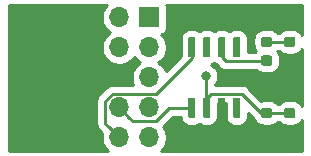
<source format=gbr>
G04 #@! TF.GenerationSoftware,KiCad,Pcbnew,5.1.5*
G04 #@! TF.CreationDate,2019-12-29T20:10:12-05:00*
G04 #@! TF.ProjectId,cluster-luks-key,636c7573-7465-4722-9d6c-756b732d6b65,v01*
G04 #@! TF.SameCoordinates,Original*
G04 #@! TF.FileFunction,Copper,L1,Top*
G04 #@! TF.FilePolarity,Positive*
%FSLAX46Y46*%
G04 Gerber Fmt 4.6, Leading zero omitted, Abs format (unit mm)*
G04 Created by KiCad (PCBNEW 5.1.5) date 2019-12-29 20:10:12*
%MOMM*%
%LPD*%
G04 APERTURE LIST*
%ADD10C,0.100000*%
%ADD11R,1.700000X1.700000*%
%ADD12O,1.700000X1.700000*%
%ADD13C,0.800000*%
%ADD14C,0.250000*%
%ADD15C,0.254000*%
G04 APERTURE END LIST*
G04 #@! TA.AperFunction,SMDPad,CuDef*
D10*
G36*
X167487691Y-103401053D02*
G01*
X167508926Y-103404203D01*
X167529750Y-103409419D01*
X167549962Y-103416651D01*
X167569368Y-103425830D01*
X167587781Y-103436866D01*
X167605024Y-103449654D01*
X167620930Y-103464070D01*
X167635346Y-103479976D01*
X167648134Y-103497219D01*
X167659170Y-103515632D01*
X167668349Y-103535038D01*
X167675581Y-103555250D01*
X167680797Y-103576074D01*
X167683947Y-103597309D01*
X167685000Y-103618750D01*
X167685000Y-104056250D01*
X167683947Y-104077691D01*
X167680797Y-104098926D01*
X167675581Y-104119750D01*
X167668349Y-104139962D01*
X167659170Y-104159368D01*
X167648134Y-104177781D01*
X167635346Y-104195024D01*
X167620930Y-104210930D01*
X167605024Y-104225346D01*
X167587781Y-104238134D01*
X167569368Y-104249170D01*
X167549962Y-104258349D01*
X167529750Y-104265581D01*
X167508926Y-104270797D01*
X167487691Y-104273947D01*
X167466250Y-104275000D01*
X166953750Y-104275000D01*
X166932309Y-104273947D01*
X166911074Y-104270797D01*
X166890250Y-104265581D01*
X166870038Y-104258349D01*
X166850632Y-104249170D01*
X166832219Y-104238134D01*
X166814976Y-104225346D01*
X166799070Y-104210930D01*
X166784654Y-104195024D01*
X166771866Y-104177781D01*
X166760830Y-104159368D01*
X166751651Y-104139962D01*
X166744419Y-104119750D01*
X166739203Y-104098926D01*
X166736053Y-104077691D01*
X166735000Y-104056250D01*
X166735000Y-103618750D01*
X166736053Y-103597309D01*
X166739203Y-103576074D01*
X166744419Y-103555250D01*
X166751651Y-103535038D01*
X166760830Y-103515632D01*
X166771866Y-103497219D01*
X166784654Y-103479976D01*
X166799070Y-103464070D01*
X166814976Y-103449654D01*
X166832219Y-103436866D01*
X166850632Y-103425830D01*
X166870038Y-103416651D01*
X166890250Y-103409419D01*
X166911074Y-103404203D01*
X166932309Y-103401053D01*
X166953750Y-103400000D01*
X167466250Y-103400000D01*
X167487691Y-103401053D01*
G37*
G04 #@! TD.AperFunction*
G04 #@! TA.AperFunction,SMDPad,CuDef*
G36*
X167487691Y-101826053D02*
G01*
X167508926Y-101829203D01*
X167529750Y-101834419D01*
X167549962Y-101841651D01*
X167569368Y-101850830D01*
X167587781Y-101861866D01*
X167605024Y-101874654D01*
X167620930Y-101889070D01*
X167635346Y-101904976D01*
X167648134Y-101922219D01*
X167659170Y-101940632D01*
X167668349Y-101960038D01*
X167675581Y-101980250D01*
X167680797Y-102001074D01*
X167683947Y-102022309D01*
X167685000Y-102043750D01*
X167685000Y-102481250D01*
X167683947Y-102502691D01*
X167680797Y-102523926D01*
X167675581Y-102544750D01*
X167668349Y-102564962D01*
X167659170Y-102584368D01*
X167648134Y-102602781D01*
X167635346Y-102620024D01*
X167620930Y-102635930D01*
X167605024Y-102650346D01*
X167587781Y-102663134D01*
X167569368Y-102674170D01*
X167549962Y-102683349D01*
X167529750Y-102690581D01*
X167508926Y-102695797D01*
X167487691Y-102698947D01*
X167466250Y-102700000D01*
X166953750Y-102700000D01*
X166932309Y-102698947D01*
X166911074Y-102695797D01*
X166890250Y-102690581D01*
X166870038Y-102683349D01*
X166850632Y-102674170D01*
X166832219Y-102663134D01*
X166814976Y-102650346D01*
X166799070Y-102635930D01*
X166784654Y-102620024D01*
X166771866Y-102602781D01*
X166760830Y-102584368D01*
X166751651Y-102564962D01*
X166744419Y-102544750D01*
X166739203Y-102523926D01*
X166736053Y-102502691D01*
X166735000Y-102481250D01*
X166735000Y-102043750D01*
X166736053Y-102022309D01*
X166739203Y-102001074D01*
X166744419Y-101980250D01*
X166751651Y-101960038D01*
X166760830Y-101940632D01*
X166771866Y-101922219D01*
X166784654Y-101904976D01*
X166799070Y-101889070D01*
X166814976Y-101874654D01*
X166832219Y-101861866D01*
X166850632Y-101850830D01*
X166870038Y-101841651D01*
X166890250Y-101834419D01*
X166911074Y-101829203D01*
X166932309Y-101826053D01*
X166953750Y-101825000D01*
X167466250Y-101825000D01*
X167487691Y-101826053D01*
G37*
G04 #@! TD.AperFunction*
G04 #@! TA.AperFunction,SMDPad,CuDef*
G36*
X165527691Y-101826053D02*
G01*
X165548926Y-101829203D01*
X165569750Y-101834419D01*
X165589962Y-101841651D01*
X165609368Y-101850830D01*
X165627781Y-101861866D01*
X165645024Y-101874654D01*
X165660930Y-101889070D01*
X165675346Y-101904976D01*
X165688134Y-101922219D01*
X165699170Y-101940632D01*
X165708349Y-101960038D01*
X165715581Y-101980250D01*
X165720797Y-102001074D01*
X165723947Y-102022309D01*
X165725000Y-102043750D01*
X165725000Y-102481250D01*
X165723947Y-102502691D01*
X165720797Y-102523926D01*
X165715581Y-102544750D01*
X165708349Y-102564962D01*
X165699170Y-102584368D01*
X165688134Y-102602781D01*
X165675346Y-102620024D01*
X165660930Y-102635930D01*
X165645024Y-102650346D01*
X165627781Y-102663134D01*
X165609368Y-102674170D01*
X165589962Y-102683349D01*
X165569750Y-102690581D01*
X165548926Y-102695797D01*
X165527691Y-102698947D01*
X165506250Y-102700000D01*
X164993750Y-102700000D01*
X164972309Y-102698947D01*
X164951074Y-102695797D01*
X164930250Y-102690581D01*
X164910038Y-102683349D01*
X164890632Y-102674170D01*
X164872219Y-102663134D01*
X164854976Y-102650346D01*
X164839070Y-102635930D01*
X164824654Y-102620024D01*
X164811866Y-102602781D01*
X164800830Y-102584368D01*
X164791651Y-102564962D01*
X164784419Y-102544750D01*
X164779203Y-102523926D01*
X164776053Y-102502691D01*
X164775000Y-102481250D01*
X164775000Y-102043750D01*
X164776053Y-102022309D01*
X164779203Y-102001074D01*
X164784419Y-101980250D01*
X164791651Y-101960038D01*
X164800830Y-101940632D01*
X164811866Y-101922219D01*
X164824654Y-101904976D01*
X164839070Y-101889070D01*
X164854976Y-101874654D01*
X164872219Y-101861866D01*
X164890632Y-101850830D01*
X164910038Y-101841651D01*
X164930250Y-101834419D01*
X164951074Y-101829203D01*
X164972309Y-101826053D01*
X164993750Y-101825000D01*
X165506250Y-101825000D01*
X165527691Y-101826053D01*
G37*
G04 #@! TD.AperFunction*
G04 #@! TA.AperFunction,SMDPad,CuDef*
G36*
X165527691Y-103401053D02*
G01*
X165548926Y-103404203D01*
X165569750Y-103409419D01*
X165589962Y-103416651D01*
X165609368Y-103425830D01*
X165627781Y-103436866D01*
X165645024Y-103449654D01*
X165660930Y-103464070D01*
X165675346Y-103479976D01*
X165688134Y-103497219D01*
X165699170Y-103515632D01*
X165708349Y-103535038D01*
X165715581Y-103555250D01*
X165720797Y-103576074D01*
X165723947Y-103597309D01*
X165725000Y-103618750D01*
X165725000Y-104056250D01*
X165723947Y-104077691D01*
X165720797Y-104098926D01*
X165715581Y-104119750D01*
X165708349Y-104139962D01*
X165699170Y-104159368D01*
X165688134Y-104177781D01*
X165675346Y-104195024D01*
X165660930Y-104210930D01*
X165645024Y-104225346D01*
X165627781Y-104238134D01*
X165609368Y-104249170D01*
X165589962Y-104258349D01*
X165569750Y-104265581D01*
X165548926Y-104270797D01*
X165527691Y-104273947D01*
X165506250Y-104275000D01*
X164993750Y-104275000D01*
X164972309Y-104273947D01*
X164951074Y-104270797D01*
X164930250Y-104265581D01*
X164910038Y-104258349D01*
X164890632Y-104249170D01*
X164872219Y-104238134D01*
X164854976Y-104225346D01*
X164839070Y-104210930D01*
X164824654Y-104195024D01*
X164811866Y-104177781D01*
X164800830Y-104159368D01*
X164791651Y-104139962D01*
X164784419Y-104119750D01*
X164779203Y-104098926D01*
X164776053Y-104077691D01*
X164775000Y-104056250D01*
X164775000Y-103618750D01*
X164776053Y-103597309D01*
X164779203Y-103576074D01*
X164784419Y-103555250D01*
X164791651Y-103535038D01*
X164800830Y-103515632D01*
X164811866Y-103497219D01*
X164824654Y-103479976D01*
X164839070Y-103464070D01*
X164854976Y-103449654D01*
X164872219Y-103436866D01*
X164890632Y-103425830D01*
X164910038Y-103416651D01*
X164930250Y-103409419D01*
X164951074Y-103404203D01*
X164972309Y-103401053D01*
X164993750Y-103400000D01*
X165506250Y-103400000D01*
X165527691Y-103401053D01*
G37*
G04 #@! TD.AperFunction*
G04 #@! TA.AperFunction,SMDPad,CuDef*
G36*
X167487691Y-98961053D02*
G01*
X167508926Y-98964203D01*
X167529750Y-98969419D01*
X167549962Y-98976651D01*
X167569368Y-98985830D01*
X167587781Y-98996866D01*
X167605024Y-99009654D01*
X167620930Y-99024070D01*
X167635346Y-99039976D01*
X167648134Y-99057219D01*
X167659170Y-99075632D01*
X167668349Y-99095038D01*
X167675581Y-99115250D01*
X167680797Y-99136074D01*
X167683947Y-99157309D01*
X167685000Y-99178750D01*
X167685000Y-99616250D01*
X167683947Y-99637691D01*
X167680797Y-99658926D01*
X167675581Y-99679750D01*
X167668349Y-99699962D01*
X167659170Y-99719368D01*
X167648134Y-99737781D01*
X167635346Y-99755024D01*
X167620930Y-99770930D01*
X167605024Y-99785346D01*
X167587781Y-99798134D01*
X167569368Y-99809170D01*
X167549962Y-99818349D01*
X167529750Y-99825581D01*
X167508926Y-99830797D01*
X167487691Y-99833947D01*
X167466250Y-99835000D01*
X166953750Y-99835000D01*
X166932309Y-99833947D01*
X166911074Y-99830797D01*
X166890250Y-99825581D01*
X166870038Y-99818349D01*
X166850632Y-99809170D01*
X166832219Y-99798134D01*
X166814976Y-99785346D01*
X166799070Y-99770930D01*
X166784654Y-99755024D01*
X166771866Y-99737781D01*
X166760830Y-99719368D01*
X166751651Y-99699962D01*
X166744419Y-99679750D01*
X166739203Y-99658926D01*
X166736053Y-99637691D01*
X166735000Y-99616250D01*
X166735000Y-99178750D01*
X166736053Y-99157309D01*
X166739203Y-99136074D01*
X166744419Y-99115250D01*
X166751651Y-99095038D01*
X166760830Y-99075632D01*
X166771866Y-99057219D01*
X166784654Y-99039976D01*
X166799070Y-99024070D01*
X166814976Y-99009654D01*
X166832219Y-98996866D01*
X166850632Y-98985830D01*
X166870038Y-98976651D01*
X166890250Y-98969419D01*
X166911074Y-98964203D01*
X166932309Y-98961053D01*
X166953750Y-98960000D01*
X167466250Y-98960000D01*
X167487691Y-98961053D01*
G37*
G04 #@! TD.AperFunction*
G04 #@! TA.AperFunction,SMDPad,CuDef*
G36*
X167487691Y-97386053D02*
G01*
X167508926Y-97389203D01*
X167529750Y-97394419D01*
X167549962Y-97401651D01*
X167569368Y-97410830D01*
X167587781Y-97421866D01*
X167605024Y-97434654D01*
X167620930Y-97449070D01*
X167635346Y-97464976D01*
X167648134Y-97482219D01*
X167659170Y-97500632D01*
X167668349Y-97520038D01*
X167675581Y-97540250D01*
X167680797Y-97561074D01*
X167683947Y-97582309D01*
X167685000Y-97603750D01*
X167685000Y-98041250D01*
X167683947Y-98062691D01*
X167680797Y-98083926D01*
X167675581Y-98104750D01*
X167668349Y-98124962D01*
X167659170Y-98144368D01*
X167648134Y-98162781D01*
X167635346Y-98180024D01*
X167620930Y-98195930D01*
X167605024Y-98210346D01*
X167587781Y-98223134D01*
X167569368Y-98234170D01*
X167549962Y-98243349D01*
X167529750Y-98250581D01*
X167508926Y-98255797D01*
X167487691Y-98258947D01*
X167466250Y-98260000D01*
X166953750Y-98260000D01*
X166932309Y-98258947D01*
X166911074Y-98255797D01*
X166890250Y-98250581D01*
X166870038Y-98243349D01*
X166850632Y-98234170D01*
X166832219Y-98223134D01*
X166814976Y-98210346D01*
X166799070Y-98195930D01*
X166784654Y-98180024D01*
X166771866Y-98162781D01*
X166760830Y-98144368D01*
X166751651Y-98124962D01*
X166744419Y-98104750D01*
X166739203Y-98083926D01*
X166736053Y-98062691D01*
X166735000Y-98041250D01*
X166735000Y-97603750D01*
X166736053Y-97582309D01*
X166739203Y-97561074D01*
X166744419Y-97540250D01*
X166751651Y-97520038D01*
X166760830Y-97500632D01*
X166771866Y-97482219D01*
X166784654Y-97464976D01*
X166799070Y-97449070D01*
X166814976Y-97434654D01*
X166832219Y-97421866D01*
X166850632Y-97410830D01*
X166870038Y-97401651D01*
X166890250Y-97394419D01*
X166911074Y-97389203D01*
X166932309Y-97386053D01*
X166953750Y-97385000D01*
X167466250Y-97385000D01*
X167487691Y-97386053D01*
G37*
G04 #@! TD.AperFunction*
D11*
X155315001Y-95755001D03*
D12*
X152775001Y-95755001D03*
X155315001Y-98295001D03*
X152775001Y-98295001D03*
X155315001Y-100835001D03*
X152775001Y-100835001D03*
X155315001Y-103375001D03*
X152775001Y-103375001D03*
X155315001Y-105915001D03*
X152775001Y-105915001D03*
G04 #@! TA.AperFunction,SMDPad,CuDef*
D10*
G36*
X165527691Y-97386053D02*
G01*
X165548926Y-97389203D01*
X165569750Y-97394419D01*
X165589962Y-97401651D01*
X165609368Y-97410830D01*
X165627781Y-97421866D01*
X165645024Y-97434654D01*
X165660930Y-97449070D01*
X165675346Y-97464976D01*
X165688134Y-97482219D01*
X165699170Y-97500632D01*
X165708349Y-97520038D01*
X165715581Y-97540250D01*
X165720797Y-97561074D01*
X165723947Y-97582309D01*
X165725000Y-97603750D01*
X165725000Y-98041250D01*
X165723947Y-98062691D01*
X165720797Y-98083926D01*
X165715581Y-98104750D01*
X165708349Y-98124962D01*
X165699170Y-98144368D01*
X165688134Y-98162781D01*
X165675346Y-98180024D01*
X165660930Y-98195930D01*
X165645024Y-98210346D01*
X165627781Y-98223134D01*
X165609368Y-98234170D01*
X165589962Y-98243349D01*
X165569750Y-98250581D01*
X165548926Y-98255797D01*
X165527691Y-98258947D01*
X165506250Y-98260000D01*
X164993750Y-98260000D01*
X164972309Y-98258947D01*
X164951074Y-98255797D01*
X164930250Y-98250581D01*
X164910038Y-98243349D01*
X164890632Y-98234170D01*
X164872219Y-98223134D01*
X164854976Y-98210346D01*
X164839070Y-98195930D01*
X164824654Y-98180024D01*
X164811866Y-98162781D01*
X164800830Y-98144368D01*
X164791651Y-98124962D01*
X164784419Y-98104750D01*
X164779203Y-98083926D01*
X164776053Y-98062691D01*
X164775000Y-98041250D01*
X164775000Y-97603750D01*
X164776053Y-97582309D01*
X164779203Y-97561074D01*
X164784419Y-97540250D01*
X164791651Y-97520038D01*
X164800830Y-97500632D01*
X164811866Y-97482219D01*
X164824654Y-97464976D01*
X164839070Y-97449070D01*
X164854976Y-97434654D01*
X164872219Y-97421866D01*
X164890632Y-97410830D01*
X164910038Y-97401651D01*
X164930250Y-97394419D01*
X164951074Y-97389203D01*
X164972309Y-97386053D01*
X164993750Y-97385000D01*
X165506250Y-97385000D01*
X165527691Y-97386053D01*
G37*
G04 #@! TD.AperFunction*
G04 #@! TA.AperFunction,SMDPad,CuDef*
G36*
X165527691Y-98961053D02*
G01*
X165548926Y-98964203D01*
X165569750Y-98969419D01*
X165589962Y-98976651D01*
X165609368Y-98985830D01*
X165627781Y-98996866D01*
X165645024Y-99009654D01*
X165660930Y-99024070D01*
X165675346Y-99039976D01*
X165688134Y-99057219D01*
X165699170Y-99075632D01*
X165708349Y-99095038D01*
X165715581Y-99115250D01*
X165720797Y-99136074D01*
X165723947Y-99157309D01*
X165725000Y-99178750D01*
X165725000Y-99616250D01*
X165723947Y-99637691D01*
X165720797Y-99658926D01*
X165715581Y-99679750D01*
X165708349Y-99699962D01*
X165699170Y-99719368D01*
X165688134Y-99737781D01*
X165675346Y-99755024D01*
X165660930Y-99770930D01*
X165645024Y-99785346D01*
X165627781Y-99798134D01*
X165609368Y-99809170D01*
X165589962Y-99818349D01*
X165569750Y-99825581D01*
X165548926Y-99830797D01*
X165527691Y-99833947D01*
X165506250Y-99835000D01*
X164993750Y-99835000D01*
X164972309Y-99833947D01*
X164951074Y-99830797D01*
X164930250Y-99825581D01*
X164910038Y-99818349D01*
X164890632Y-99809170D01*
X164872219Y-99798134D01*
X164854976Y-99785346D01*
X164839070Y-99770930D01*
X164824654Y-99755024D01*
X164811866Y-99737781D01*
X164800830Y-99719368D01*
X164791651Y-99699962D01*
X164784419Y-99679750D01*
X164779203Y-99658926D01*
X164776053Y-99637691D01*
X164775000Y-99616250D01*
X164775000Y-99178750D01*
X164776053Y-99157309D01*
X164779203Y-99136074D01*
X164784419Y-99115250D01*
X164791651Y-99095038D01*
X164800830Y-99075632D01*
X164811866Y-99057219D01*
X164824654Y-99039976D01*
X164839070Y-99024070D01*
X164854976Y-99009654D01*
X164872219Y-98996866D01*
X164890632Y-98985830D01*
X164910038Y-98976651D01*
X164930250Y-98969419D01*
X164951074Y-98964203D01*
X164972309Y-98961053D01*
X164993750Y-98960000D01*
X165506250Y-98960000D01*
X165527691Y-98961053D01*
G37*
G04 #@! TD.AperFunction*
G04 #@! TA.AperFunction,SMDPad,CuDef*
G36*
X159079703Y-102530722D02*
G01*
X159094264Y-102532882D01*
X159108543Y-102536459D01*
X159122403Y-102541418D01*
X159135710Y-102547712D01*
X159148336Y-102555280D01*
X159160159Y-102564048D01*
X159171066Y-102573934D01*
X159180952Y-102584841D01*
X159189720Y-102596664D01*
X159197288Y-102609290D01*
X159203582Y-102622597D01*
X159208541Y-102636457D01*
X159212118Y-102650736D01*
X159214278Y-102665297D01*
X159215000Y-102680000D01*
X159215000Y-104130000D01*
X159214278Y-104144703D01*
X159212118Y-104159264D01*
X159208541Y-104173543D01*
X159203582Y-104187403D01*
X159197288Y-104200710D01*
X159189720Y-104213336D01*
X159180952Y-104225159D01*
X159171066Y-104236066D01*
X159160159Y-104245952D01*
X159148336Y-104254720D01*
X159135710Y-104262288D01*
X159122403Y-104268582D01*
X159108543Y-104273541D01*
X159094264Y-104277118D01*
X159079703Y-104279278D01*
X159065000Y-104280000D01*
X158765000Y-104280000D01*
X158750297Y-104279278D01*
X158735736Y-104277118D01*
X158721457Y-104273541D01*
X158707597Y-104268582D01*
X158694290Y-104262288D01*
X158681664Y-104254720D01*
X158669841Y-104245952D01*
X158658934Y-104236066D01*
X158649048Y-104225159D01*
X158640280Y-104213336D01*
X158632712Y-104200710D01*
X158626418Y-104187403D01*
X158621459Y-104173543D01*
X158617882Y-104159264D01*
X158615722Y-104144703D01*
X158615000Y-104130000D01*
X158615000Y-102680000D01*
X158615722Y-102665297D01*
X158617882Y-102650736D01*
X158621459Y-102636457D01*
X158626418Y-102622597D01*
X158632712Y-102609290D01*
X158640280Y-102596664D01*
X158649048Y-102584841D01*
X158658934Y-102573934D01*
X158669841Y-102564048D01*
X158681664Y-102555280D01*
X158694290Y-102547712D01*
X158707597Y-102541418D01*
X158721457Y-102536459D01*
X158735736Y-102532882D01*
X158750297Y-102530722D01*
X158765000Y-102530000D01*
X159065000Y-102530000D01*
X159079703Y-102530722D01*
G37*
G04 #@! TD.AperFunction*
G04 #@! TA.AperFunction,SMDPad,CuDef*
G36*
X160349703Y-102530722D02*
G01*
X160364264Y-102532882D01*
X160378543Y-102536459D01*
X160392403Y-102541418D01*
X160405710Y-102547712D01*
X160418336Y-102555280D01*
X160430159Y-102564048D01*
X160441066Y-102573934D01*
X160450952Y-102584841D01*
X160459720Y-102596664D01*
X160467288Y-102609290D01*
X160473582Y-102622597D01*
X160478541Y-102636457D01*
X160482118Y-102650736D01*
X160484278Y-102665297D01*
X160485000Y-102680000D01*
X160485000Y-104130000D01*
X160484278Y-104144703D01*
X160482118Y-104159264D01*
X160478541Y-104173543D01*
X160473582Y-104187403D01*
X160467288Y-104200710D01*
X160459720Y-104213336D01*
X160450952Y-104225159D01*
X160441066Y-104236066D01*
X160430159Y-104245952D01*
X160418336Y-104254720D01*
X160405710Y-104262288D01*
X160392403Y-104268582D01*
X160378543Y-104273541D01*
X160364264Y-104277118D01*
X160349703Y-104279278D01*
X160335000Y-104280000D01*
X160035000Y-104280000D01*
X160020297Y-104279278D01*
X160005736Y-104277118D01*
X159991457Y-104273541D01*
X159977597Y-104268582D01*
X159964290Y-104262288D01*
X159951664Y-104254720D01*
X159939841Y-104245952D01*
X159928934Y-104236066D01*
X159919048Y-104225159D01*
X159910280Y-104213336D01*
X159902712Y-104200710D01*
X159896418Y-104187403D01*
X159891459Y-104173543D01*
X159887882Y-104159264D01*
X159885722Y-104144703D01*
X159885000Y-104130000D01*
X159885000Y-102680000D01*
X159885722Y-102665297D01*
X159887882Y-102650736D01*
X159891459Y-102636457D01*
X159896418Y-102622597D01*
X159902712Y-102609290D01*
X159910280Y-102596664D01*
X159919048Y-102584841D01*
X159928934Y-102573934D01*
X159939841Y-102564048D01*
X159951664Y-102555280D01*
X159964290Y-102547712D01*
X159977597Y-102541418D01*
X159991457Y-102536459D01*
X160005736Y-102532882D01*
X160020297Y-102530722D01*
X160035000Y-102530000D01*
X160335000Y-102530000D01*
X160349703Y-102530722D01*
G37*
G04 #@! TD.AperFunction*
G04 #@! TA.AperFunction,SMDPad,CuDef*
G36*
X161619703Y-102530722D02*
G01*
X161634264Y-102532882D01*
X161648543Y-102536459D01*
X161662403Y-102541418D01*
X161675710Y-102547712D01*
X161688336Y-102555280D01*
X161700159Y-102564048D01*
X161711066Y-102573934D01*
X161720952Y-102584841D01*
X161729720Y-102596664D01*
X161737288Y-102609290D01*
X161743582Y-102622597D01*
X161748541Y-102636457D01*
X161752118Y-102650736D01*
X161754278Y-102665297D01*
X161755000Y-102680000D01*
X161755000Y-104130000D01*
X161754278Y-104144703D01*
X161752118Y-104159264D01*
X161748541Y-104173543D01*
X161743582Y-104187403D01*
X161737288Y-104200710D01*
X161729720Y-104213336D01*
X161720952Y-104225159D01*
X161711066Y-104236066D01*
X161700159Y-104245952D01*
X161688336Y-104254720D01*
X161675710Y-104262288D01*
X161662403Y-104268582D01*
X161648543Y-104273541D01*
X161634264Y-104277118D01*
X161619703Y-104279278D01*
X161605000Y-104280000D01*
X161305000Y-104280000D01*
X161290297Y-104279278D01*
X161275736Y-104277118D01*
X161261457Y-104273541D01*
X161247597Y-104268582D01*
X161234290Y-104262288D01*
X161221664Y-104254720D01*
X161209841Y-104245952D01*
X161198934Y-104236066D01*
X161189048Y-104225159D01*
X161180280Y-104213336D01*
X161172712Y-104200710D01*
X161166418Y-104187403D01*
X161161459Y-104173543D01*
X161157882Y-104159264D01*
X161155722Y-104144703D01*
X161155000Y-104130000D01*
X161155000Y-102680000D01*
X161155722Y-102665297D01*
X161157882Y-102650736D01*
X161161459Y-102636457D01*
X161166418Y-102622597D01*
X161172712Y-102609290D01*
X161180280Y-102596664D01*
X161189048Y-102584841D01*
X161198934Y-102573934D01*
X161209841Y-102564048D01*
X161221664Y-102555280D01*
X161234290Y-102547712D01*
X161247597Y-102541418D01*
X161261457Y-102536459D01*
X161275736Y-102532882D01*
X161290297Y-102530722D01*
X161305000Y-102530000D01*
X161605000Y-102530000D01*
X161619703Y-102530722D01*
G37*
G04 #@! TD.AperFunction*
G04 #@! TA.AperFunction,SMDPad,CuDef*
G36*
X162889703Y-102530722D02*
G01*
X162904264Y-102532882D01*
X162918543Y-102536459D01*
X162932403Y-102541418D01*
X162945710Y-102547712D01*
X162958336Y-102555280D01*
X162970159Y-102564048D01*
X162981066Y-102573934D01*
X162990952Y-102584841D01*
X162999720Y-102596664D01*
X163007288Y-102609290D01*
X163013582Y-102622597D01*
X163018541Y-102636457D01*
X163022118Y-102650736D01*
X163024278Y-102665297D01*
X163025000Y-102680000D01*
X163025000Y-104130000D01*
X163024278Y-104144703D01*
X163022118Y-104159264D01*
X163018541Y-104173543D01*
X163013582Y-104187403D01*
X163007288Y-104200710D01*
X162999720Y-104213336D01*
X162990952Y-104225159D01*
X162981066Y-104236066D01*
X162970159Y-104245952D01*
X162958336Y-104254720D01*
X162945710Y-104262288D01*
X162932403Y-104268582D01*
X162918543Y-104273541D01*
X162904264Y-104277118D01*
X162889703Y-104279278D01*
X162875000Y-104280000D01*
X162575000Y-104280000D01*
X162560297Y-104279278D01*
X162545736Y-104277118D01*
X162531457Y-104273541D01*
X162517597Y-104268582D01*
X162504290Y-104262288D01*
X162491664Y-104254720D01*
X162479841Y-104245952D01*
X162468934Y-104236066D01*
X162459048Y-104225159D01*
X162450280Y-104213336D01*
X162442712Y-104200710D01*
X162436418Y-104187403D01*
X162431459Y-104173543D01*
X162427882Y-104159264D01*
X162425722Y-104144703D01*
X162425000Y-104130000D01*
X162425000Y-102680000D01*
X162425722Y-102665297D01*
X162427882Y-102650736D01*
X162431459Y-102636457D01*
X162436418Y-102622597D01*
X162442712Y-102609290D01*
X162450280Y-102596664D01*
X162459048Y-102584841D01*
X162468934Y-102573934D01*
X162479841Y-102564048D01*
X162491664Y-102555280D01*
X162504290Y-102547712D01*
X162517597Y-102541418D01*
X162531457Y-102536459D01*
X162545736Y-102532882D01*
X162560297Y-102530722D01*
X162575000Y-102530000D01*
X162875000Y-102530000D01*
X162889703Y-102530722D01*
G37*
G04 #@! TD.AperFunction*
G04 #@! TA.AperFunction,SMDPad,CuDef*
G36*
X162889703Y-97380722D02*
G01*
X162904264Y-97382882D01*
X162918543Y-97386459D01*
X162932403Y-97391418D01*
X162945710Y-97397712D01*
X162958336Y-97405280D01*
X162970159Y-97414048D01*
X162981066Y-97423934D01*
X162990952Y-97434841D01*
X162999720Y-97446664D01*
X163007288Y-97459290D01*
X163013582Y-97472597D01*
X163018541Y-97486457D01*
X163022118Y-97500736D01*
X163024278Y-97515297D01*
X163025000Y-97530000D01*
X163025000Y-98980000D01*
X163024278Y-98994703D01*
X163022118Y-99009264D01*
X163018541Y-99023543D01*
X163013582Y-99037403D01*
X163007288Y-99050710D01*
X162999720Y-99063336D01*
X162990952Y-99075159D01*
X162981066Y-99086066D01*
X162970159Y-99095952D01*
X162958336Y-99104720D01*
X162945710Y-99112288D01*
X162932403Y-99118582D01*
X162918543Y-99123541D01*
X162904264Y-99127118D01*
X162889703Y-99129278D01*
X162875000Y-99130000D01*
X162575000Y-99130000D01*
X162560297Y-99129278D01*
X162545736Y-99127118D01*
X162531457Y-99123541D01*
X162517597Y-99118582D01*
X162504290Y-99112288D01*
X162491664Y-99104720D01*
X162479841Y-99095952D01*
X162468934Y-99086066D01*
X162459048Y-99075159D01*
X162450280Y-99063336D01*
X162442712Y-99050710D01*
X162436418Y-99037403D01*
X162431459Y-99023543D01*
X162427882Y-99009264D01*
X162425722Y-98994703D01*
X162425000Y-98980000D01*
X162425000Y-97530000D01*
X162425722Y-97515297D01*
X162427882Y-97500736D01*
X162431459Y-97486457D01*
X162436418Y-97472597D01*
X162442712Y-97459290D01*
X162450280Y-97446664D01*
X162459048Y-97434841D01*
X162468934Y-97423934D01*
X162479841Y-97414048D01*
X162491664Y-97405280D01*
X162504290Y-97397712D01*
X162517597Y-97391418D01*
X162531457Y-97386459D01*
X162545736Y-97382882D01*
X162560297Y-97380722D01*
X162575000Y-97380000D01*
X162875000Y-97380000D01*
X162889703Y-97380722D01*
G37*
G04 #@! TD.AperFunction*
G04 #@! TA.AperFunction,SMDPad,CuDef*
G36*
X161619703Y-97380722D02*
G01*
X161634264Y-97382882D01*
X161648543Y-97386459D01*
X161662403Y-97391418D01*
X161675710Y-97397712D01*
X161688336Y-97405280D01*
X161700159Y-97414048D01*
X161711066Y-97423934D01*
X161720952Y-97434841D01*
X161729720Y-97446664D01*
X161737288Y-97459290D01*
X161743582Y-97472597D01*
X161748541Y-97486457D01*
X161752118Y-97500736D01*
X161754278Y-97515297D01*
X161755000Y-97530000D01*
X161755000Y-98980000D01*
X161754278Y-98994703D01*
X161752118Y-99009264D01*
X161748541Y-99023543D01*
X161743582Y-99037403D01*
X161737288Y-99050710D01*
X161729720Y-99063336D01*
X161720952Y-99075159D01*
X161711066Y-99086066D01*
X161700159Y-99095952D01*
X161688336Y-99104720D01*
X161675710Y-99112288D01*
X161662403Y-99118582D01*
X161648543Y-99123541D01*
X161634264Y-99127118D01*
X161619703Y-99129278D01*
X161605000Y-99130000D01*
X161305000Y-99130000D01*
X161290297Y-99129278D01*
X161275736Y-99127118D01*
X161261457Y-99123541D01*
X161247597Y-99118582D01*
X161234290Y-99112288D01*
X161221664Y-99104720D01*
X161209841Y-99095952D01*
X161198934Y-99086066D01*
X161189048Y-99075159D01*
X161180280Y-99063336D01*
X161172712Y-99050710D01*
X161166418Y-99037403D01*
X161161459Y-99023543D01*
X161157882Y-99009264D01*
X161155722Y-98994703D01*
X161155000Y-98980000D01*
X161155000Y-97530000D01*
X161155722Y-97515297D01*
X161157882Y-97500736D01*
X161161459Y-97486457D01*
X161166418Y-97472597D01*
X161172712Y-97459290D01*
X161180280Y-97446664D01*
X161189048Y-97434841D01*
X161198934Y-97423934D01*
X161209841Y-97414048D01*
X161221664Y-97405280D01*
X161234290Y-97397712D01*
X161247597Y-97391418D01*
X161261457Y-97386459D01*
X161275736Y-97382882D01*
X161290297Y-97380722D01*
X161305000Y-97380000D01*
X161605000Y-97380000D01*
X161619703Y-97380722D01*
G37*
G04 #@! TD.AperFunction*
G04 #@! TA.AperFunction,SMDPad,CuDef*
G36*
X160349703Y-97380722D02*
G01*
X160364264Y-97382882D01*
X160378543Y-97386459D01*
X160392403Y-97391418D01*
X160405710Y-97397712D01*
X160418336Y-97405280D01*
X160430159Y-97414048D01*
X160441066Y-97423934D01*
X160450952Y-97434841D01*
X160459720Y-97446664D01*
X160467288Y-97459290D01*
X160473582Y-97472597D01*
X160478541Y-97486457D01*
X160482118Y-97500736D01*
X160484278Y-97515297D01*
X160485000Y-97530000D01*
X160485000Y-98980000D01*
X160484278Y-98994703D01*
X160482118Y-99009264D01*
X160478541Y-99023543D01*
X160473582Y-99037403D01*
X160467288Y-99050710D01*
X160459720Y-99063336D01*
X160450952Y-99075159D01*
X160441066Y-99086066D01*
X160430159Y-99095952D01*
X160418336Y-99104720D01*
X160405710Y-99112288D01*
X160392403Y-99118582D01*
X160378543Y-99123541D01*
X160364264Y-99127118D01*
X160349703Y-99129278D01*
X160335000Y-99130000D01*
X160035000Y-99130000D01*
X160020297Y-99129278D01*
X160005736Y-99127118D01*
X159991457Y-99123541D01*
X159977597Y-99118582D01*
X159964290Y-99112288D01*
X159951664Y-99104720D01*
X159939841Y-99095952D01*
X159928934Y-99086066D01*
X159919048Y-99075159D01*
X159910280Y-99063336D01*
X159902712Y-99050710D01*
X159896418Y-99037403D01*
X159891459Y-99023543D01*
X159887882Y-99009264D01*
X159885722Y-98994703D01*
X159885000Y-98980000D01*
X159885000Y-97530000D01*
X159885722Y-97515297D01*
X159887882Y-97500736D01*
X159891459Y-97486457D01*
X159896418Y-97472597D01*
X159902712Y-97459290D01*
X159910280Y-97446664D01*
X159919048Y-97434841D01*
X159928934Y-97423934D01*
X159939841Y-97414048D01*
X159951664Y-97405280D01*
X159964290Y-97397712D01*
X159977597Y-97391418D01*
X159991457Y-97386459D01*
X160005736Y-97382882D01*
X160020297Y-97380722D01*
X160035000Y-97380000D01*
X160335000Y-97380000D01*
X160349703Y-97380722D01*
G37*
G04 #@! TD.AperFunction*
G04 #@! TA.AperFunction,SMDPad,CuDef*
G36*
X159079703Y-97380722D02*
G01*
X159094264Y-97382882D01*
X159108543Y-97386459D01*
X159122403Y-97391418D01*
X159135710Y-97397712D01*
X159148336Y-97405280D01*
X159160159Y-97414048D01*
X159171066Y-97423934D01*
X159180952Y-97434841D01*
X159189720Y-97446664D01*
X159197288Y-97459290D01*
X159203582Y-97472597D01*
X159208541Y-97486457D01*
X159212118Y-97500736D01*
X159214278Y-97515297D01*
X159215000Y-97530000D01*
X159215000Y-98980000D01*
X159214278Y-98994703D01*
X159212118Y-99009264D01*
X159208541Y-99023543D01*
X159203582Y-99037403D01*
X159197288Y-99050710D01*
X159189720Y-99063336D01*
X159180952Y-99075159D01*
X159171066Y-99086066D01*
X159160159Y-99095952D01*
X159148336Y-99104720D01*
X159135710Y-99112288D01*
X159122403Y-99118582D01*
X159108543Y-99123541D01*
X159094264Y-99127118D01*
X159079703Y-99129278D01*
X159065000Y-99130000D01*
X158765000Y-99130000D01*
X158750297Y-99129278D01*
X158735736Y-99127118D01*
X158721457Y-99123541D01*
X158707597Y-99118582D01*
X158694290Y-99112288D01*
X158681664Y-99104720D01*
X158669841Y-99095952D01*
X158658934Y-99086066D01*
X158649048Y-99075159D01*
X158640280Y-99063336D01*
X158632712Y-99050710D01*
X158626418Y-99037403D01*
X158621459Y-99023543D01*
X158617882Y-99009264D01*
X158615722Y-98994703D01*
X158615000Y-98980000D01*
X158615000Y-97530000D01*
X158615722Y-97515297D01*
X158617882Y-97500736D01*
X158621459Y-97486457D01*
X158626418Y-97472597D01*
X158632712Y-97459290D01*
X158640280Y-97446664D01*
X158649048Y-97434841D01*
X158658934Y-97423934D01*
X158669841Y-97414048D01*
X158681664Y-97405280D01*
X158694290Y-97397712D01*
X158707597Y-97391418D01*
X158721457Y-97386459D01*
X158735736Y-97382882D01*
X158750297Y-97380722D01*
X158765000Y-97380000D01*
X159065000Y-97380000D01*
X159079703Y-97380722D01*
G37*
G04 #@! TD.AperFunction*
D13*
X160000000Y-106000000D03*
X167000000Y-101000000D03*
X162000000Y-96000000D03*
X160140000Y-100720000D03*
D14*
X167210000Y-103837500D02*
X165250000Y-103837500D01*
X160510010Y-102204990D02*
X160185000Y-102530000D01*
X163142490Y-102204990D02*
X160510010Y-102204990D01*
X164775000Y-103837500D02*
X163142490Y-102204990D01*
X160185000Y-102530000D02*
X160185000Y-103405000D01*
X165250000Y-103837500D02*
X164775000Y-103837500D01*
X160140000Y-103360000D02*
X160185000Y-103405000D01*
X160140000Y-100720000D02*
X160140000Y-103360000D01*
X165250000Y-97822500D02*
X167210000Y-97822500D01*
X151925002Y-105065002D02*
X152775001Y-105915001D01*
X151600000Y-102811000D02*
X151600000Y-104740000D01*
X152211000Y-102200000D02*
X151600000Y-102811000D01*
X155879002Y-102200000D02*
X152211000Y-102200000D01*
X158915000Y-99164002D02*
X155879002Y-102200000D01*
X151600000Y-104740000D02*
X151925002Y-105065002D01*
X158915000Y-98255000D02*
X158915000Y-99164002D01*
X153625000Y-104225000D02*
X152775001Y-103375001D01*
X155879002Y-104550002D02*
X153950002Y-104550002D01*
X153950002Y-104550002D02*
X153625000Y-104225000D01*
X157024004Y-103405000D02*
X155879002Y-104550002D01*
X158915000Y-103405000D02*
X157024004Y-103405000D01*
X164717490Y-99455010D02*
X164775000Y-99397500D01*
X164775000Y-99397500D02*
X165250000Y-99397500D01*
X161780010Y-99455010D02*
X164717490Y-99455010D01*
X161455000Y-99130000D02*
X161780010Y-99455010D01*
X161455000Y-98255000D02*
X161455000Y-99130000D01*
D15*
G36*
X151621526Y-94808369D02*
G01*
X151459011Y-95051590D01*
X151347069Y-95321843D01*
X151290001Y-95608741D01*
X151290001Y-95901261D01*
X151347069Y-96188159D01*
X151459011Y-96458412D01*
X151621526Y-96701633D01*
X151828369Y-96908476D01*
X152002761Y-97025001D01*
X151828369Y-97141526D01*
X151621526Y-97348369D01*
X151459011Y-97591590D01*
X151347069Y-97861843D01*
X151290001Y-98148741D01*
X151290001Y-98441261D01*
X151347069Y-98728159D01*
X151459011Y-98998412D01*
X151621526Y-99241633D01*
X151828369Y-99448476D01*
X152071590Y-99610991D01*
X152341843Y-99722933D01*
X152628741Y-99780001D01*
X152921261Y-99780001D01*
X153208159Y-99722933D01*
X153478412Y-99610991D01*
X153721633Y-99448476D01*
X153928476Y-99241633D01*
X154045001Y-99067241D01*
X154161526Y-99241633D01*
X154368369Y-99448476D01*
X154542761Y-99565001D01*
X154368369Y-99681526D01*
X154161526Y-99888369D01*
X153999011Y-100131590D01*
X153887069Y-100401843D01*
X153830001Y-100688741D01*
X153830001Y-100981261D01*
X153887069Y-101268159D01*
X153958248Y-101440000D01*
X152248322Y-101440000D01*
X152210999Y-101436324D01*
X152173676Y-101440000D01*
X152173667Y-101440000D01*
X152062014Y-101450997D01*
X151918753Y-101494454D01*
X151786724Y-101565026D01*
X151786722Y-101565027D01*
X151786723Y-101565027D01*
X151699996Y-101636201D01*
X151699992Y-101636205D01*
X151670999Y-101659999D01*
X151647205Y-101688992D01*
X151089002Y-102247197D01*
X151059999Y-102270999D01*
X151004871Y-102338174D01*
X150965026Y-102386724D01*
X150942766Y-102428369D01*
X150894454Y-102518754D01*
X150850997Y-102662015D01*
X150840000Y-102773668D01*
X150840000Y-102773678D01*
X150836324Y-102811000D01*
X150840000Y-102848323D01*
X150840001Y-104702668D01*
X150836324Y-104740000D01*
X150840001Y-104777333D01*
X150850998Y-104888986D01*
X150858304Y-104913072D01*
X150894454Y-105032246D01*
X150965026Y-105164276D01*
X151036201Y-105251002D01*
X151060000Y-105280001D01*
X151088998Y-105303799D01*
X151333792Y-105548593D01*
X151290001Y-105768741D01*
X151290001Y-106061261D01*
X151347069Y-106348159D01*
X151459011Y-106618412D01*
X151621526Y-106861633D01*
X151792987Y-107033094D01*
X143430000Y-107039496D01*
X143430000Y-94660000D01*
X151769895Y-94660000D01*
X151621526Y-94808369D01*
G37*
X151621526Y-94808369D02*
X151459011Y-95051590D01*
X151347069Y-95321843D01*
X151290001Y-95608741D01*
X151290001Y-95901261D01*
X151347069Y-96188159D01*
X151459011Y-96458412D01*
X151621526Y-96701633D01*
X151828369Y-96908476D01*
X152002761Y-97025001D01*
X151828369Y-97141526D01*
X151621526Y-97348369D01*
X151459011Y-97591590D01*
X151347069Y-97861843D01*
X151290001Y-98148741D01*
X151290001Y-98441261D01*
X151347069Y-98728159D01*
X151459011Y-98998412D01*
X151621526Y-99241633D01*
X151828369Y-99448476D01*
X152071590Y-99610991D01*
X152341843Y-99722933D01*
X152628741Y-99780001D01*
X152921261Y-99780001D01*
X153208159Y-99722933D01*
X153478412Y-99610991D01*
X153721633Y-99448476D01*
X153928476Y-99241633D01*
X154045001Y-99067241D01*
X154161526Y-99241633D01*
X154368369Y-99448476D01*
X154542761Y-99565001D01*
X154368369Y-99681526D01*
X154161526Y-99888369D01*
X153999011Y-100131590D01*
X153887069Y-100401843D01*
X153830001Y-100688741D01*
X153830001Y-100981261D01*
X153887069Y-101268159D01*
X153958248Y-101440000D01*
X152248322Y-101440000D01*
X152210999Y-101436324D01*
X152173676Y-101440000D01*
X152173667Y-101440000D01*
X152062014Y-101450997D01*
X151918753Y-101494454D01*
X151786724Y-101565026D01*
X151786722Y-101565027D01*
X151786723Y-101565027D01*
X151699996Y-101636201D01*
X151699992Y-101636205D01*
X151670999Y-101659999D01*
X151647205Y-101688992D01*
X151089002Y-102247197D01*
X151059999Y-102270999D01*
X151004871Y-102338174D01*
X150965026Y-102386724D01*
X150942766Y-102428369D01*
X150894454Y-102518754D01*
X150850997Y-102662015D01*
X150840000Y-102773668D01*
X150840000Y-102773678D01*
X150836324Y-102811000D01*
X150840000Y-102848323D01*
X150840001Y-104702668D01*
X150836324Y-104740000D01*
X150840001Y-104777333D01*
X150850998Y-104888986D01*
X150858304Y-104913072D01*
X150894454Y-105032246D01*
X150965026Y-105164276D01*
X151036201Y-105251002D01*
X151060000Y-105280001D01*
X151088998Y-105303799D01*
X151333792Y-105548593D01*
X151290001Y-105768741D01*
X151290001Y-106061261D01*
X151347069Y-106348159D01*
X151459011Y-106618412D01*
X151621526Y-106861633D01*
X151792987Y-107033094D01*
X143430000Y-107039496D01*
X143430000Y-94660000D01*
X151769895Y-94660000D01*
X151621526Y-94808369D01*
G36*
X161786928Y-104130000D02*
G01*
X161802071Y-104283745D01*
X161846916Y-104431582D01*
X161919742Y-104567829D01*
X162017749Y-104687251D01*
X162137171Y-104785258D01*
X162273418Y-104858084D01*
X162421255Y-104902929D01*
X162575000Y-104918072D01*
X162875000Y-104918072D01*
X163028745Y-104902929D01*
X163176582Y-104858084D01*
X163312829Y-104785258D01*
X163432251Y-104687251D01*
X163530258Y-104567829D01*
X163603084Y-104431582D01*
X163647929Y-104283745D01*
X163663072Y-104130000D01*
X163663072Y-103800374D01*
X164182690Y-104319992D01*
X164202150Y-104384142D01*
X164281329Y-104532275D01*
X164387885Y-104662115D01*
X164517725Y-104768671D01*
X164665858Y-104847850D01*
X164826592Y-104896608D01*
X164993750Y-104913072D01*
X165506250Y-104913072D01*
X165673408Y-104896608D01*
X165834142Y-104847850D01*
X165982275Y-104768671D01*
X166112115Y-104662115D01*
X166165143Y-104597500D01*
X166294857Y-104597500D01*
X166347885Y-104662115D01*
X166477725Y-104768671D01*
X166625858Y-104847850D01*
X166786592Y-104896608D01*
X166953750Y-104913072D01*
X167466250Y-104913072D01*
X167633408Y-104896608D01*
X167794142Y-104847850D01*
X167942275Y-104768671D01*
X168072115Y-104662115D01*
X168178671Y-104532275D01*
X168240000Y-104417536D01*
X168240000Y-107020506D01*
X156300465Y-107029644D01*
X156468476Y-106861633D01*
X156630991Y-106618412D01*
X156742933Y-106348159D01*
X156800001Y-106061261D01*
X156800001Y-105768741D01*
X156742933Y-105481843D01*
X156630991Y-105211590D01*
X156495296Y-105008509D01*
X157338806Y-104165000D01*
X157980375Y-104165000D01*
X157992071Y-104283745D01*
X158036916Y-104431582D01*
X158109742Y-104567829D01*
X158207749Y-104687251D01*
X158327171Y-104785258D01*
X158463418Y-104858084D01*
X158611255Y-104902929D01*
X158765000Y-104918072D01*
X159065000Y-104918072D01*
X159218745Y-104902929D01*
X159366582Y-104858084D01*
X159502829Y-104785258D01*
X159550000Y-104746546D01*
X159597171Y-104785258D01*
X159733418Y-104858084D01*
X159881255Y-104902929D01*
X160035000Y-104918072D01*
X160335000Y-104918072D01*
X160488745Y-104902929D01*
X160636582Y-104858084D01*
X160772829Y-104785258D01*
X160892251Y-104687251D01*
X160990258Y-104567829D01*
X161063084Y-104431582D01*
X161107929Y-104283745D01*
X161123072Y-104130000D01*
X161123072Y-102964990D01*
X161786928Y-102964990D01*
X161786928Y-104130000D01*
G37*
X161786928Y-104130000D02*
X161802071Y-104283745D01*
X161846916Y-104431582D01*
X161919742Y-104567829D01*
X162017749Y-104687251D01*
X162137171Y-104785258D01*
X162273418Y-104858084D01*
X162421255Y-104902929D01*
X162575000Y-104918072D01*
X162875000Y-104918072D01*
X163028745Y-104902929D01*
X163176582Y-104858084D01*
X163312829Y-104785258D01*
X163432251Y-104687251D01*
X163530258Y-104567829D01*
X163603084Y-104431582D01*
X163647929Y-104283745D01*
X163663072Y-104130000D01*
X163663072Y-103800374D01*
X164182690Y-104319992D01*
X164202150Y-104384142D01*
X164281329Y-104532275D01*
X164387885Y-104662115D01*
X164517725Y-104768671D01*
X164665858Y-104847850D01*
X164826592Y-104896608D01*
X164993750Y-104913072D01*
X165506250Y-104913072D01*
X165673408Y-104896608D01*
X165834142Y-104847850D01*
X165982275Y-104768671D01*
X166112115Y-104662115D01*
X166165143Y-104597500D01*
X166294857Y-104597500D01*
X166347885Y-104662115D01*
X166477725Y-104768671D01*
X166625858Y-104847850D01*
X166786592Y-104896608D01*
X166953750Y-104913072D01*
X167466250Y-104913072D01*
X167633408Y-104896608D01*
X167794142Y-104847850D01*
X167942275Y-104768671D01*
X168072115Y-104662115D01*
X168178671Y-104532275D01*
X168240000Y-104417536D01*
X168240000Y-107020506D01*
X156300465Y-107029644D01*
X156468476Y-106861633D01*
X156630991Y-106618412D01*
X156742933Y-106348159D01*
X156800001Y-106061261D01*
X156800001Y-105768741D01*
X156742933Y-105481843D01*
X156630991Y-105211590D01*
X156495296Y-105008509D01*
X157338806Y-104165000D01*
X157980375Y-104165000D01*
X157992071Y-104283745D01*
X158036916Y-104431582D01*
X158109742Y-104567829D01*
X158207749Y-104687251D01*
X158327171Y-104785258D01*
X158463418Y-104858084D01*
X158611255Y-104902929D01*
X158765000Y-104918072D01*
X159065000Y-104918072D01*
X159218745Y-104902929D01*
X159366582Y-104858084D01*
X159502829Y-104785258D01*
X159550000Y-104746546D01*
X159597171Y-104785258D01*
X159733418Y-104858084D01*
X159881255Y-104902929D01*
X160035000Y-104918072D01*
X160335000Y-104918072D01*
X160488745Y-104902929D01*
X160636582Y-104858084D01*
X160772829Y-104785258D01*
X160892251Y-104687251D01*
X160990258Y-104567829D01*
X161063084Y-104431582D01*
X161107929Y-104283745D01*
X161123072Y-104130000D01*
X161123072Y-102964990D01*
X161786928Y-102964990D01*
X161786928Y-104130000D01*
G36*
X168240000Y-103257464D02*
G01*
X168178671Y-103142725D01*
X168072115Y-103012885D01*
X167942275Y-102906329D01*
X167794142Y-102827150D01*
X167633408Y-102778392D01*
X167466250Y-102761928D01*
X166953750Y-102761928D01*
X166786592Y-102778392D01*
X166625858Y-102827150D01*
X166477725Y-102906329D01*
X166347885Y-103012885D01*
X166294857Y-103077500D01*
X166165143Y-103077500D01*
X166112115Y-103012885D01*
X165982275Y-102906329D01*
X165834142Y-102827150D01*
X165673408Y-102778392D01*
X165506250Y-102761928D01*
X164993750Y-102761928D01*
X164826592Y-102778392D01*
X164799049Y-102786747D01*
X163706294Y-101693993D01*
X163682491Y-101664989D01*
X163566766Y-101570016D01*
X163434737Y-101499444D01*
X163291476Y-101455987D01*
X163179823Y-101444990D01*
X163179812Y-101444990D01*
X163142490Y-101441314D01*
X163105168Y-101444990D01*
X160900000Y-101444990D01*
X160900000Y-101423711D01*
X160943937Y-101379774D01*
X161057205Y-101210256D01*
X161135226Y-101021898D01*
X161175000Y-100821939D01*
X161175000Y-100618061D01*
X161135226Y-100418102D01*
X161057205Y-100229744D01*
X160943937Y-100060226D01*
X160799774Y-99916063D01*
X160630256Y-99802795D01*
X160500939Y-99749230D01*
X160636582Y-99708084D01*
X160772829Y-99635258D01*
X160820000Y-99596546D01*
X160867171Y-99635258D01*
X160901582Y-99653651D01*
X160915000Y-99670001D01*
X160943998Y-99693799D01*
X161216206Y-99966007D01*
X161240009Y-99995011D01*
X161355734Y-100089984D01*
X161461472Y-100146503D01*
X161487763Y-100160556D01*
X161631024Y-100204013D01*
X161780010Y-100218687D01*
X161817343Y-100215010D01*
X164382054Y-100215010D01*
X164387885Y-100222115D01*
X164517725Y-100328671D01*
X164665858Y-100407850D01*
X164826592Y-100456608D01*
X164993750Y-100473072D01*
X165506250Y-100473072D01*
X165673408Y-100456608D01*
X165834142Y-100407850D01*
X165982275Y-100328671D01*
X166112115Y-100222115D01*
X166218671Y-100092275D01*
X166297850Y-99944142D01*
X166346608Y-99783408D01*
X166363072Y-99616250D01*
X166363072Y-99178750D01*
X166346608Y-99011592D01*
X166297850Y-98850858D01*
X166218671Y-98702725D01*
X166142574Y-98610000D01*
X166165143Y-98582500D01*
X166294857Y-98582500D01*
X166347885Y-98647115D01*
X166477725Y-98753671D01*
X166625858Y-98832850D01*
X166786592Y-98881608D01*
X166953750Y-98898072D01*
X167466250Y-98898072D01*
X167633408Y-98881608D01*
X167794142Y-98832850D01*
X167942275Y-98753671D01*
X168072115Y-98647115D01*
X168178671Y-98517275D01*
X168240001Y-98402536D01*
X168240000Y-103257464D01*
G37*
X168240000Y-103257464D02*
X168178671Y-103142725D01*
X168072115Y-103012885D01*
X167942275Y-102906329D01*
X167794142Y-102827150D01*
X167633408Y-102778392D01*
X167466250Y-102761928D01*
X166953750Y-102761928D01*
X166786592Y-102778392D01*
X166625858Y-102827150D01*
X166477725Y-102906329D01*
X166347885Y-103012885D01*
X166294857Y-103077500D01*
X166165143Y-103077500D01*
X166112115Y-103012885D01*
X165982275Y-102906329D01*
X165834142Y-102827150D01*
X165673408Y-102778392D01*
X165506250Y-102761928D01*
X164993750Y-102761928D01*
X164826592Y-102778392D01*
X164799049Y-102786747D01*
X163706294Y-101693993D01*
X163682491Y-101664989D01*
X163566766Y-101570016D01*
X163434737Y-101499444D01*
X163291476Y-101455987D01*
X163179823Y-101444990D01*
X163179812Y-101444990D01*
X163142490Y-101441314D01*
X163105168Y-101444990D01*
X160900000Y-101444990D01*
X160900000Y-101423711D01*
X160943937Y-101379774D01*
X161057205Y-101210256D01*
X161135226Y-101021898D01*
X161175000Y-100821939D01*
X161175000Y-100618061D01*
X161135226Y-100418102D01*
X161057205Y-100229744D01*
X160943937Y-100060226D01*
X160799774Y-99916063D01*
X160630256Y-99802795D01*
X160500939Y-99749230D01*
X160636582Y-99708084D01*
X160772829Y-99635258D01*
X160820000Y-99596546D01*
X160867171Y-99635258D01*
X160901582Y-99653651D01*
X160915000Y-99670001D01*
X160943998Y-99693799D01*
X161216206Y-99966007D01*
X161240009Y-99995011D01*
X161355734Y-100089984D01*
X161461472Y-100146503D01*
X161487763Y-100160556D01*
X161631024Y-100204013D01*
X161780010Y-100218687D01*
X161817343Y-100215010D01*
X164382054Y-100215010D01*
X164387885Y-100222115D01*
X164517725Y-100328671D01*
X164665858Y-100407850D01*
X164826592Y-100456608D01*
X164993750Y-100473072D01*
X165506250Y-100473072D01*
X165673408Y-100456608D01*
X165834142Y-100407850D01*
X165982275Y-100328671D01*
X166112115Y-100222115D01*
X166218671Y-100092275D01*
X166297850Y-99944142D01*
X166346608Y-99783408D01*
X166363072Y-99616250D01*
X166363072Y-99178750D01*
X166346608Y-99011592D01*
X166297850Y-98850858D01*
X166218671Y-98702725D01*
X166142574Y-98610000D01*
X166165143Y-98582500D01*
X166294857Y-98582500D01*
X166347885Y-98647115D01*
X166477725Y-98753671D01*
X166625858Y-98832850D01*
X166786592Y-98881608D01*
X166953750Y-98898072D01*
X167466250Y-98898072D01*
X167633408Y-98881608D01*
X167794142Y-98832850D01*
X167942275Y-98753671D01*
X168072115Y-98647115D01*
X168178671Y-98517275D01*
X168240001Y-98402536D01*
X168240000Y-103257464D01*
G36*
X168240001Y-97242465D02*
G01*
X168178671Y-97127725D01*
X168072115Y-96997885D01*
X167942275Y-96891329D01*
X167794142Y-96812150D01*
X167633408Y-96763392D01*
X167466250Y-96746928D01*
X166953750Y-96746928D01*
X166786592Y-96763392D01*
X166625858Y-96812150D01*
X166477725Y-96891329D01*
X166347885Y-96997885D01*
X166294857Y-97062500D01*
X166165143Y-97062500D01*
X166112115Y-96997885D01*
X165982275Y-96891329D01*
X165834142Y-96812150D01*
X165673408Y-96763392D01*
X165506250Y-96746928D01*
X164993750Y-96746928D01*
X164826592Y-96763392D01*
X164665858Y-96812150D01*
X164517725Y-96891329D01*
X164387885Y-96997885D01*
X164281329Y-97127725D01*
X164202150Y-97275858D01*
X164153392Y-97436592D01*
X164136928Y-97603750D01*
X164136928Y-98041250D01*
X164153392Y-98208408D01*
X164202150Y-98369142D01*
X164281329Y-98517275D01*
X164357426Y-98610000D01*
X164287660Y-98695010D01*
X163663072Y-98695010D01*
X163663072Y-97530000D01*
X163647929Y-97376255D01*
X163603084Y-97228418D01*
X163530258Y-97092171D01*
X163432251Y-96972749D01*
X163312829Y-96874742D01*
X163176582Y-96801916D01*
X163028745Y-96757071D01*
X162875000Y-96741928D01*
X162575000Y-96741928D01*
X162421255Y-96757071D01*
X162273418Y-96801916D01*
X162137171Y-96874742D01*
X162090000Y-96913454D01*
X162042829Y-96874742D01*
X161906582Y-96801916D01*
X161758745Y-96757071D01*
X161605000Y-96741928D01*
X161305000Y-96741928D01*
X161151255Y-96757071D01*
X161003418Y-96801916D01*
X160867171Y-96874742D01*
X160820000Y-96913454D01*
X160772829Y-96874742D01*
X160636582Y-96801916D01*
X160488745Y-96757071D01*
X160335000Y-96741928D01*
X160035000Y-96741928D01*
X159881255Y-96757071D01*
X159733418Y-96801916D01*
X159597171Y-96874742D01*
X159550000Y-96913454D01*
X159502829Y-96874742D01*
X159366582Y-96801916D01*
X159218745Y-96757071D01*
X159065000Y-96741928D01*
X158765000Y-96741928D01*
X158611255Y-96757071D01*
X158463418Y-96801916D01*
X158327171Y-96874742D01*
X158207749Y-96972749D01*
X158109742Y-97092171D01*
X158036916Y-97228418D01*
X157992071Y-97376255D01*
X157976928Y-97530000D01*
X157976928Y-98980000D01*
X157981167Y-99023034D01*
X156701760Y-100302441D01*
X156630991Y-100131590D01*
X156468476Y-99888369D01*
X156261633Y-99681526D01*
X156087241Y-99565001D01*
X156261633Y-99448476D01*
X156468476Y-99241633D01*
X156630991Y-98998412D01*
X156742933Y-98728159D01*
X156800001Y-98441261D01*
X156800001Y-98148741D01*
X156742933Y-97861843D01*
X156630991Y-97591590D01*
X156468476Y-97348369D01*
X156336621Y-97216514D01*
X156409181Y-97194503D01*
X156519495Y-97135538D01*
X156616186Y-97056186D01*
X156695538Y-96959495D01*
X156754503Y-96849181D01*
X156790813Y-96729483D01*
X156803073Y-96605001D01*
X156803073Y-94905001D01*
X156790813Y-94780519D01*
X156754503Y-94660821D01*
X156754064Y-94660000D01*
X168240001Y-94660000D01*
X168240001Y-97242465D01*
G37*
X168240001Y-97242465D02*
X168178671Y-97127725D01*
X168072115Y-96997885D01*
X167942275Y-96891329D01*
X167794142Y-96812150D01*
X167633408Y-96763392D01*
X167466250Y-96746928D01*
X166953750Y-96746928D01*
X166786592Y-96763392D01*
X166625858Y-96812150D01*
X166477725Y-96891329D01*
X166347885Y-96997885D01*
X166294857Y-97062500D01*
X166165143Y-97062500D01*
X166112115Y-96997885D01*
X165982275Y-96891329D01*
X165834142Y-96812150D01*
X165673408Y-96763392D01*
X165506250Y-96746928D01*
X164993750Y-96746928D01*
X164826592Y-96763392D01*
X164665858Y-96812150D01*
X164517725Y-96891329D01*
X164387885Y-96997885D01*
X164281329Y-97127725D01*
X164202150Y-97275858D01*
X164153392Y-97436592D01*
X164136928Y-97603750D01*
X164136928Y-98041250D01*
X164153392Y-98208408D01*
X164202150Y-98369142D01*
X164281329Y-98517275D01*
X164357426Y-98610000D01*
X164287660Y-98695010D01*
X163663072Y-98695010D01*
X163663072Y-97530000D01*
X163647929Y-97376255D01*
X163603084Y-97228418D01*
X163530258Y-97092171D01*
X163432251Y-96972749D01*
X163312829Y-96874742D01*
X163176582Y-96801916D01*
X163028745Y-96757071D01*
X162875000Y-96741928D01*
X162575000Y-96741928D01*
X162421255Y-96757071D01*
X162273418Y-96801916D01*
X162137171Y-96874742D01*
X162090000Y-96913454D01*
X162042829Y-96874742D01*
X161906582Y-96801916D01*
X161758745Y-96757071D01*
X161605000Y-96741928D01*
X161305000Y-96741928D01*
X161151255Y-96757071D01*
X161003418Y-96801916D01*
X160867171Y-96874742D01*
X160820000Y-96913454D01*
X160772829Y-96874742D01*
X160636582Y-96801916D01*
X160488745Y-96757071D01*
X160335000Y-96741928D01*
X160035000Y-96741928D01*
X159881255Y-96757071D01*
X159733418Y-96801916D01*
X159597171Y-96874742D01*
X159550000Y-96913454D01*
X159502829Y-96874742D01*
X159366582Y-96801916D01*
X159218745Y-96757071D01*
X159065000Y-96741928D01*
X158765000Y-96741928D01*
X158611255Y-96757071D01*
X158463418Y-96801916D01*
X158327171Y-96874742D01*
X158207749Y-96972749D01*
X158109742Y-97092171D01*
X158036916Y-97228418D01*
X157992071Y-97376255D01*
X157976928Y-97530000D01*
X157976928Y-98980000D01*
X157981167Y-99023034D01*
X156701760Y-100302441D01*
X156630991Y-100131590D01*
X156468476Y-99888369D01*
X156261633Y-99681526D01*
X156087241Y-99565001D01*
X156261633Y-99448476D01*
X156468476Y-99241633D01*
X156630991Y-98998412D01*
X156742933Y-98728159D01*
X156800001Y-98441261D01*
X156800001Y-98148741D01*
X156742933Y-97861843D01*
X156630991Y-97591590D01*
X156468476Y-97348369D01*
X156336621Y-97216514D01*
X156409181Y-97194503D01*
X156519495Y-97135538D01*
X156616186Y-97056186D01*
X156695538Y-96959495D01*
X156754503Y-96849181D01*
X156790813Y-96729483D01*
X156803073Y-96605001D01*
X156803073Y-94905001D01*
X156790813Y-94780519D01*
X156754503Y-94660821D01*
X156754064Y-94660000D01*
X168240001Y-94660000D01*
X168240001Y-97242465D01*
M02*

</source>
